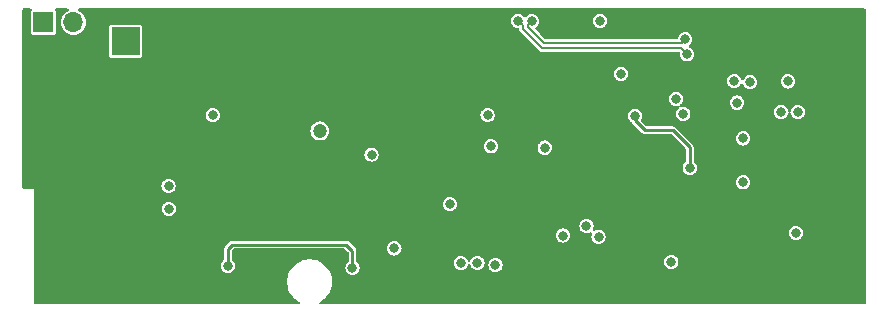
<source format=gbr>
%TF.GenerationSoftware,KiCad,Pcbnew,8.0.4*%
%TF.CreationDate,2024-09-18T13:26:39+01:00*%
%TF.ProjectId,BG95V4,42473935-5634-42e6-9b69-6361645f7063,rev?*%
%TF.SameCoordinates,Original*%
%TF.FileFunction,Copper,L2,Inr*%
%TF.FilePolarity,Positive*%
%FSLAX46Y46*%
G04 Gerber Fmt 4.6, Leading zero omitted, Abs format (unit mm)*
G04 Created by KiCad (PCBNEW 8.0.4) date 2024-09-18 13:26:39*
%MOMM*%
%LPD*%
G01*
G04 APERTURE LIST*
%TA.AperFunction,ComponentPad*%
%ADD10R,2.400000X2.400000*%
%TD*%
%TA.AperFunction,ComponentPad*%
%ADD11C,2.400000*%
%TD*%
%TA.AperFunction,ComponentPad*%
%ADD12R,1.700000X1.700000*%
%TD*%
%TA.AperFunction,ComponentPad*%
%ADD13O,1.700000X1.700000*%
%TD*%
%TA.AperFunction,ViaPad*%
%ADD14C,0.800000*%
%TD*%
%TA.AperFunction,ViaPad*%
%ADD15C,1.200000*%
%TD*%
%TA.AperFunction,Conductor*%
%ADD16C,0.250000*%
%TD*%
%TA.AperFunction,Conductor*%
%ADD17C,0.200000*%
%TD*%
G04 APERTURE END LIST*
D10*
%TO.N,/+3V6d*%
%TO.C,BT1*%
X11750000Y19500000D03*
D11*
%TO.N,GND*%
X11750000Y-1500000D03*
X15500000Y-1500000D03*
X8000000Y-1500000D03*
%TD*%
D12*
%TO.N,/+3V6*%
%TO.C,J1*%
X4800000Y21100000D03*
D13*
%TO.N,/+3V6d*%
X7340000Y21100000D03*
%TD*%
D14*
%TO.N,GND*%
X73533000Y13685394D03*
X31369000Y17399000D03*
X39370000Y16510000D03*
X73533000Y6065394D03*
X65913000Y21305394D03*
X73533000Y985394D03*
X73533000Y8605394D03*
X58432288Y3644211D03*
X48133000Y-1554606D03*
X15113000Y11145394D03*
X36195000Y13335000D03*
X70993000Y8605394D03*
X17653000Y-1554606D03*
X37973000Y-1554606D03*
X58293000Y-1554606D03*
X63373000Y21305394D03*
X44450000Y8890000D03*
X4749800Y15214600D03*
X35560000Y-1270000D03*
X30353000Y21305394D03*
X60147200Y10947400D03*
X73533000Y-1554606D03*
X41910000Y8890000D03*
X31496000Y13208000D03*
X18135600Y16179800D03*
X22733000Y16225394D03*
X20193000Y-1554606D03*
X7493000Y18765394D03*
X12573000Y11145394D03*
X70993000Y11145394D03*
X53213000Y-1554606D03*
X32893000Y13208000D03*
X60833000Y21305394D03*
X28575000Y13462000D03*
X55880000Y-1270000D03*
X36195000Y14478000D03*
X25273000Y985394D03*
X45720000Y-1270000D03*
X45593000Y3525394D03*
X12573000Y8605394D03*
X25908000Y14859000D03*
X22733000Y-1554606D03*
X15113000Y3525394D03*
X68453000Y21305394D03*
X10033000Y3525394D03*
X22707600Y21285200D03*
X32893000Y-1554606D03*
X25400000Y3810000D03*
X36195000Y16637000D03*
X32893000Y21305394D03*
X49430000Y13150000D03*
X36195000Y15494000D03*
X24511000Y14986000D03*
X22733000Y18765394D03*
X30353000Y-1554606D03*
X27051000Y13335000D03*
X11099800Y17170400D03*
X28829000Y14859000D03*
X14046200Y17170400D03*
X60833000Y-1554606D03*
X31089600Y19634200D03*
X70993000Y13685394D03*
X73533000Y11145394D03*
X70993000Y985394D03*
X68453000Y-1554606D03*
X63373000Y-1554606D03*
X54250000Y6740000D03*
X13106400Y13055600D03*
X10033000Y11145394D03*
X70993000Y3525394D03*
X20193000Y3525394D03*
X70993000Y-1554606D03*
X4953000Y11145394D03*
X73533000Y3525394D03*
X40640000Y-1270000D03*
X30607000Y14859000D03*
X50800000Y-1270000D03*
X7493000Y985394D03*
X43053000Y-1554606D03*
X9779000Y13055600D03*
X8331200Y17043400D03*
%TO.N,/uGND*%
X42675000Y10600000D03*
X34510000Y1960000D03*
X42400000Y13250000D03*
%TO.N,/uRST*%
X41540000Y719989D03*
%TO.N,/uCLK*%
X32580000Y9900000D03*
X39200000Y5700000D03*
%TO.N,/uData*%
X40130000Y720000D03*
%TO.N,/uVDD*%
X43070000Y530000D03*
%TO.N,/VBAT*%
X57960000Y830000D03*
X47233980Y10491020D03*
D15*
X28200000Y11900000D03*
D14*
%TO.N,/uStatus*%
X67825000Y16100000D03*
%TO.N,/uPWRKEY*%
X68675000Y13500000D03*
%TO.N,/uDTR*%
X63275000Y16125000D03*
%TO.N,/TxD*%
X64050000Y11275000D03*
%TO.N,/RxD*%
X64050000Y7550000D03*
%TO.N,/uDCD*%
X64625000Y16025000D03*
%TO.N,Net-(Q1-Pad3)*%
X15417800Y5308600D03*
%TO.N,/RXD*%
X50775000Y3850000D03*
%TO.N,/TXD*%
X51800000Y2950000D03*
%TO.N,/VDD_EXT*%
X58350000Y14625000D03*
%TO.N,/DTR*%
X58975000Y13350000D03*
%TO.N,/DCD*%
X48768000Y3048000D03*
%TO.N,/PWRKEY*%
X51917600Y21234400D03*
%TO.N,/Status*%
X53695600Y16738600D03*
%TO.N,/Alim*%
X20400000Y475000D03*
X30962600Y330200D03*
%TO.N,/+3V6d*%
X19126200Y13233400D03*
X15392400Y7239000D03*
%TO.N,/+3V3_UC*%
X68500000Y3275000D03*
X67250000Y13500000D03*
X63525000Y14300000D03*
%TO.N,/T*%
X59512200Y8763000D03*
X54889400Y13182600D03*
%TO.N,/D+*%
X59283600Y18389600D03*
X44983400Y21234400D03*
%TO.N,/D-*%
X46151800Y21183600D03*
X59125498Y19659600D03*
%TD*%
D16*
%TO.N,/Alim*%
X30454600Y2286000D02*
X20802600Y2286000D01*
X20400000Y1883400D02*
X20400000Y475000D01*
X20802600Y2286000D02*
X20400000Y1883400D01*
X30962600Y1778000D02*
X30454600Y2286000D01*
X30962600Y330200D02*
X30962600Y1778000D01*
%TO.N,/T*%
X54889400Y12801600D02*
X54889400Y13182600D01*
X58089800Y11963400D02*
X55727600Y11963400D01*
X59512200Y8763000D02*
X59512200Y10541000D01*
X59512200Y10541000D02*
X58089800Y11963400D01*
X55727600Y11963400D02*
X54889400Y12801600D01*
D17*
%TO.N,/D+*%
X45367999Y20849801D02*
X45367999Y20531601D01*
X44983400Y21234400D02*
X45367999Y20849801D01*
X58746600Y18926600D02*
X59283600Y18389600D01*
X46973000Y18926600D02*
X58746600Y18926600D01*
X45367999Y20531601D02*
X46973000Y18926600D01*
%TO.N,/D-*%
X46151800Y21183600D02*
X45818001Y20849801D01*
X45818001Y20849801D02*
X45818001Y20717999D01*
X58848200Y19376600D02*
X59131200Y19659600D01*
X47159400Y19376600D02*
X58848200Y19376600D01*
X59131200Y19659600D02*
X59125498Y19659600D01*
X45818001Y20717999D02*
X47159400Y19376600D01*
%TD*%
%TA.AperFunction,Conductor*%
%TO.N,GND*%
G36*
X3764692Y22264398D02*
G01*
X3811185Y22210742D01*
X3821289Y22140468D01*
X3801336Y22088398D01*
X3761133Y22028231D01*
X3761132Y22028228D01*
X3749500Y21969750D01*
X3749500Y20230249D01*
X3761132Y20171771D01*
X3761133Y20171768D01*
X3805448Y20105448D01*
X3871768Y20061133D01*
X3871771Y20061132D01*
X3930249Y20049500D01*
X3930252Y20049500D01*
X5669750Y20049500D01*
X5728228Y20061132D01*
X5728231Y20061133D01*
X5733569Y20064700D01*
X5794552Y20105448D01*
X5838867Y20171769D01*
X5850500Y20230252D01*
X5850500Y21969748D01*
X5838867Y22028231D01*
X5798663Y22088398D01*
X5777449Y22156150D01*
X5796232Y22224617D01*
X5849049Y22272061D01*
X5903429Y22284400D01*
X6824352Y22284400D01*
X6892473Y22264398D01*
X6938966Y22210742D01*
X6949070Y22140468D01*
X6919576Y22075888D01*
X6883750Y22047279D01*
X6753550Y21977685D01*
X6593590Y21846410D01*
X6462315Y21686450D01*
X6462313Y21686447D01*
X6397055Y21564359D01*
X6364768Y21503954D01*
X6315144Y21340362D01*
X6304698Y21305927D01*
X6284417Y21100003D01*
X6284417Y21099996D01*
X6304698Y20894072D01*
X6364768Y20696045D01*
X6462313Y20513552D01*
X6593590Y20353590D01*
X6753552Y20222313D01*
X6936045Y20124768D01*
X7134072Y20064698D01*
X7339997Y20044417D01*
X7340000Y20044417D01*
X7340003Y20044417D01*
X7545927Y20064698D01*
X7622356Y20087882D01*
X7743954Y20124768D01*
X7855023Y20184136D01*
X7926447Y20222313D01*
X7926448Y20222314D01*
X7926450Y20222315D01*
X8086410Y20353590D01*
X8217685Y20513550D01*
X8315232Y20696046D01*
X8322422Y20719750D01*
X10349500Y20719750D01*
X10349500Y18280249D01*
X10361132Y18221771D01*
X10361133Y18221768D01*
X10405448Y18155448D01*
X10471768Y18111133D01*
X10471771Y18111132D01*
X10530249Y18099500D01*
X10530252Y18099500D01*
X12969750Y18099500D01*
X13028228Y18111132D01*
X13028231Y18111133D01*
X13094552Y18155448D01*
X13138867Y18221769D01*
X13150500Y18280252D01*
X13150500Y20719748D01*
X13138867Y20778231D01*
X13094552Y20844552D01*
X13028231Y20888867D01*
X12969748Y20900500D01*
X10530252Y20900500D01*
X10471769Y20888867D01*
X10405448Y20844552D01*
X10379767Y20806118D01*
X10361133Y20778231D01*
X10361132Y20778228D01*
X10349500Y20719750D01*
X8322422Y20719750D01*
X8375300Y20894066D01*
X8388378Y21026839D01*
X8395583Y21099996D01*
X8395583Y21100003D01*
X8382346Y21234400D01*
X44377718Y21234400D01*
X44377718Y21234399D01*
X44398355Y21077639D01*
X44458863Y20931560D01*
X44458865Y20931557D01*
X44555118Y20806118D01*
X44680557Y20709865D01*
X44680560Y20709863D01*
X44826639Y20649355D01*
X44957945Y20632069D01*
X45022873Y20603346D01*
X45061964Y20544081D01*
X45067499Y20507147D01*
X45067499Y20492035D01*
X45087976Y20415615D01*
X45087978Y20415612D01*
X45109496Y20378342D01*
X45123786Y20353590D01*
X45127540Y20347089D01*
X45127545Y20347082D01*
X46732540Y18742089D01*
X46760514Y18714115D01*
X46788487Y18686141D01*
X46788490Y18686139D01*
X46857014Y18646577D01*
X46933434Y18626100D01*
X46933438Y18626100D01*
X47012562Y18626100D01*
X58565378Y18626100D01*
X58633499Y18606098D01*
X58679992Y18552442D01*
X58690300Y18483654D01*
X58677918Y18389600D01*
X58677918Y18389599D01*
X58698555Y18232839D01*
X58759063Y18086760D01*
X58759065Y18086757D01*
X58855318Y17961318D01*
X58980757Y17865065D01*
X58980760Y17865063D01*
X59126839Y17804555D01*
X59283600Y17783918D01*
X59440360Y17804555D01*
X59586439Y17865063D01*
X59586442Y17865065D01*
X59711882Y17961318D01*
X59808136Y18086759D01*
X59868644Y18232838D01*
X59889282Y18389600D01*
X59868644Y18546362D01*
X59808136Y18692441D01*
X59711882Y18817882D01*
X59586441Y18914136D01*
X59498404Y18950601D01*
X59443126Y18995148D01*
X59420705Y19062511D01*
X59438263Y19131303D01*
X59469922Y19166972D01*
X59553778Y19231316D01*
X59650032Y19356757D01*
X59650034Y19356759D01*
X59710542Y19502838D01*
X59731180Y19659600D01*
X59710542Y19816362D01*
X59650034Y19962441D01*
X59553780Y20087882D01*
X59428339Y20184136D01*
X59282260Y20244644D01*
X59125498Y20265282D01*
X58968736Y20244644D01*
X58822657Y20184136D01*
X58697216Y20087882D01*
X58600963Y19962442D01*
X58600961Y19962439D01*
X58540453Y19816360D01*
X58536543Y19786654D01*
X58507821Y19721727D01*
X58448556Y19682635D01*
X58411621Y19677100D01*
X47336062Y19677100D01*
X47267941Y19697102D01*
X47246967Y19714004D01*
X46873089Y20087882D01*
X46469813Y20491156D01*
X46435789Y20553469D01*
X46440853Y20624284D01*
X46482204Y20680213D01*
X46580082Y20755318D01*
X46676336Y20880759D01*
X46736844Y21026838D01*
X46757482Y21183600D01*
X46750794Y21234400D01*
X51311918Y21234400D01*
X51311918Y21234399D01*
X51332555Y21077639D01*
X51393063Y20931560D01*
X51393065Y20931557D01*
X51489318Y20806118D01*
X51614757Y20709865D01*
X51614760Y20709863D01*
X51760839Y20649355D01*
X51917600Y20628718D01*
X52074360Y20649355D01*
X52220439Y20709863D01*
X52220442Y20709865D01*
X52345882Y20806118D01*
X52442136Y20931559D01*
X52502644Y21077638D01*
X52523282Y21234400D01*
X52502644Y21391162D01*
X52442136Y21537241D01*
X52345882Y21662682D01*
X52220441Y21758936D01*
X52074362Y21819444D01*
X51917600Y21840082D01*
X51760838Y21819444D01*
X51614759Y21758936D01*
X51489318Y21662682D01*
X51393065Y21537242D01*
X51393063Y21537239D01*
X51332555Y21391160D01*
X51311918Y21234400D01*
X46750794Y21234400D01*
X46736844Y21340362D01*
X46676336Y21486441D01*
X46580082Y21611882D01*
X46454641Y21708136D01*
X46308562Y21768644D01*
X46151800Y21789282D01*
X45995038Y21768644D01*
X45848959Y21708136D01*
X45723518Y21611882D01*
X45687051Y21564358D01*
X45629715Y21522492D01*
X45558844Y21518270D01*
X45496941Y21553034D01*
X45487132Y21564352D01*
X45411682Y21662682D01*
X45286241Y21758936D01*
X45140162Y21819444D01*
X44983400Y21840082D01*
X44826638Y21819444D01*
X44680559Y21758936D01*
X44555118Y21662682D01*
X44458865Y21537242D01*
X44458863Y21537239D01*
X44398355Y21391160D01*
X44377718Y21234400D01*
X8382346Y21234400D01*
X8375301Y21305927D01*
X8375300Y21305928D01*
X8375300Y21305934D01*
X8315232Y21503954D01*
X8217685Y21686450D01*
X8086410Y21846410D01*
X7926450Y21977685D01*
X7796250Y22047278D01*
X7745603Y22097031D01*
X7729894Y22166267D01*
X7754110Y22233006D01*
X7810564Y22276058D01*
X7855648Y22284400D01*
X74293200Y22284400D01*
X74361321Y22264398D01*
X74407814Y22210742D01*
X74419200Y22158400D01*
X74419200Y-2654000D01*
X74399198Y-2722121D01*
X74345542Y-2768614D01*
X74293200Y-2780000D01*
X28282337Y-2780000D01*
X28214216Y-2759998D01*
X28167723Y-2706342D01*
X28157619Y-2636068D01*
X28187113Y-2571488D01*
X28219337Y-2544881D01*
X28331087Y-2480361D01*
X28388527Y-2447199D01*
X28586176Y-2295538D01*
X28762338Y-2119376D01*
X28913999Y-1921727D01*
X29038564Y-1705973D01*
X29133902Y-1475807D01*
X29198382Y-1235165D01*
X29230900Y-988165D01*
X29230900Y-739035D01*
X29198382Y-492035D01*
X29133902Y-251393D01*
X29038564Y-21227D01*
X29038558Y-21218D01*
X29038557Y-21214D01*
X28948399Y134944D01*
X28913999Y194527D01*
X28762338Y392176D01*
X28586176Y568338D01*
X28388527Y719999D01*
X28172773Y844564D01*
X27942607Y939902D01*
X27701965Y1004382D01*
X27701958Y1004382D01*
X27701958Y1004383D01*
X27678190Y1007511D01*
X27454965Y1036900D01*
X27205835Y1036900D01*
X27022499Y1012763D01*
X26958841Y1004383D01*
X26958839Y1004382D01*
X26958835Y1004382D01*
X26718193Y939902D01*
X26488027Y844564D01*
X26488018Y844558D01*
X26488014Y844557D01*
X26272276Y720001D01*
X26272273Y719999D01*
X26074624Y568338D01*
X26074618Y568332D01*
X26074613Y568328D01*
X25898471Y392186D01*
X25898466Y392180D01*
X25898462Y392176D01*
X25747521Y195465D01*
X25746798Y194523D01*
X25622242Y-21214D01*
X25622237Y-21225D01*
X25526898Y-251393D01*
X25526897Y-251397D01*
X25462416Y-492041D01*
X25429900Y-739032D01*
X25429900Y-988167D01*
X25462416Y-1235158D01*
X25462418Y-1235165D01*
X25526898Y-1475807D01*
X25622236Y-1705973D01*
X25622237Y-1705974D01*
X25622242Y-1705985D01*
X25746798Y-1921723D01*
X25746800Y-1921726D01*
X25746801Y-1921727D01*
X25898462Y-2119376D01*
X25898466Y-2119380D01*
X25898471Y-2119386D01*
X26074613Y-2295528D01*
X26074618Y-2295532D01*
X26074624Y-2295538D01*
X26272273Y-2447199D01*
X26272276Y-2447201D01*
X26441463Y-2544881D01*
X26490456Y-2596263D01*
X26503892Y-2665977D01*
X26477506Y-2731888D01*
X26419674Y-2773070D01*
X26378463Y-2780000D01*
X4136500Y-2780000D01*
X4068379Y-2759998D01*
X4021886Y-2706342D01*
X4010500Y-2654000D01*
X4010500Y475000D01*
X19794318Y475000D01*
X19794318Y474999D01*
X19814955Y318239D01*
X19875463Y172160D01*
X19875465Y172157D01*
X19904019Y134945D01*
X19971718Y46718D01*
X20097159Y-49536D01*
X20243238Y-110044D01*
X20400000Y-130682D01*
X20556762Y-110044D01*
X20702841Y-49536D01*
X20828282Y46718D01*
X20924536Y172159D01*
X20985044Y318238D01*
X21005682Y475000D01*
X20985044Y631762D01*
X20924536Y777841D01*
X20828282Y903282D01*
X20774796Y944322D01*
X20732929Y1001659D01*
X20725500Y1044285D01*
X20725500Y1696383D01*
X20745502Y1764504D01*
X20762405Y1785478D01*
X20900522Y1923595D01*
X20962834Y1957621D01*
X20989617Y1960500D01*
X30267583Y1960500D01*
X30335704Y1940498D01*
X30356678Y1923595D01*
X30600195Y1680078D01*
X30634221Y1617766D01*
X30637100Y1590983D01*
X30637100Y899485D01*
X30617098Y831364D01*
X30587803Y799522D01*
X30534318Y758482D01*
X30479286Y686762D01*
X30438065Y633042D01*
X30438063Y633039D01*
X30377555Y486960D01*
X30356918Y330200D01*
X30356918Y330199D01*
X30377555Y173439D01*
X30438063Y27360D01*
X30438065Y27357D01*
X30454865Y5463D01*
X30534318Y-98082D01*
X30659759Y-194336D01*
X30805838Y-254844D01*
X30962600Y-275482D01*
X31119362Y-254844D01*
X31265441Y-194336D01*
X31390882Y-98082D01*
X31487136Y27359D01*
X31547644Y173438D01*
X31565025Y305463D01*
X31568282Y330199D01*
X31568282Y330200D01*
X31560121Y392186D01*
X31547644Y486962D01*
X31487136Y633041D01*
X31420410Y720000D01*
X39524318Y720000D01*
X39524318Y719999D01*
X39544955Y563239D01*
X39605463Y417160D01*
X39605465Y417157D01*
X39701718Y291718D01*
X39827157Y195465D01*
X39827160Y195463D01*
X39973239Y134955D01*
X40130000Y114318D01*
X40286760Y134955D01*
X40432839Y195463D01*
X40432842Y195465D01*
X40474144Y227157D01*
X40558282Y291718D01*
X40654536Y417159D01*
X40715044Y563238D01*
X40715044Y563239D01*
X40718204Y570868D01*
X40721180Y569634D01*
X40750224Y617305D01*
X40814078Y648339D01*
X40884575Y639925D01*
X40939331Y594733D01*
X40950491Y570316D01*
X40951796Y570857D01*
X40954955Y563228D01*
X40954956Y563227D01*
X40969896Y527159D01*
X41015463Y417149D01*
X41015465Y417146D01*
X41111718Y291707D01*
X41237157Y195454D01*
X41237160Y195452D01*
X41383239Y134944D01*
X41540000Y114307D01*
X41696760Y134944D01*
X41842839Y195452D01*
X41842842Y195454D01*
X41842855Y195464D01*
X41968282Y291707D01*
X42064536Y417148D01*
X42111281Y530000D01*
X42464318Y530000D01*
X42464318Y529999D01*
X42484955Y373239D01*
X42545463Y227160D01*
X42545465Y227157D01*
X42641718Y101718D01*
X42767157Y5465D01*
X42767160Y5463D01*
X42852731Y-29981D01*
X42913238Y-55044D01*
X43070000Y-75682D01*
X43226762Y-55044D01*
X43372841Y5464D01*
X43498282Y101718D01*
X43594536Y227159D01*
X43655044Y373238D01*
X43675682Y530000D01*
X43655044Y686762D01*
X43595713Y830000D01*
X57354318Y830000D01*
X57354318Y829999D01*
X57374955Y673239D01*
X57435463Y527160D01*
X57435465Y527157D01*
X57531718Y401718D01*
X57657157Y305465D01*
X57657160Y305463D01*
X57803239Y244955D01*
X57960000Y224318D01*
X58116760Y244955D01*
X58262839Y305463D01*
X58262842Y305465D01*
X58279488Y318238D01*
X58388282Y401718D01*
X58484536Y527159D01*
X58545044Y673238D01*
X58561744Y800087D01*
X58565682Y829999D01*
X58565682Y830000D01*
X58550631Y944322D01*
X58545044Y986762D01*
X58484536Y1132841D01*
X58388282Y1258282D01*
X58262841Y1354536D01*
X58116762Y1415044D01*
X57960000Y1435682D01*
X57803238Y1415044D01*
X57657159Y1354536D01*
X57531718Y1258282D01*
X57447304Y1148271D01*
X57435465Y1132842D01*
X57435463Y1132839D01*
X57374955Y986760D01*
X57354318Y830000D01*
X43595713Y830000D01*
X43594536Y832841D01*
X43498282Y958282D01*
X43372841Y1054536D01*
X43226762Y1115044D01*
X43070000Y1135682D01*
X42913238Y1115044D01*
X42767159Y1054536D01*
X42641718Y958282D01*
X42554458Y844562D01*
X42545465Y832842D01*
X42545463Y832839D01*
X42484955Y686760D01*
X42464318Y530000D01*
X42111281Y530000D01*
X42125044Y563227D01*
X42145682Y719989D01*
X42125044Y876751D01*
X42064536Y1022830D01*
X41968282Y1148271D01*
X41842841Y1244525D01*
X41696762Y1305033D01*
X41540000Y1325671D01*
X41383238Y1305033D01*
X41237159Y1244525D01*
X41111718Y1148271D01*
X41015471Y1022839D01*
X41015465Y1022831D01*
X41015463Y1022828D01*
X40951796Y869121D01*
X40948827Y870350D01*
X40919731Y822643D01*
X40855862Y791639D01*
X40785369Y800087D01*
X40730635Y845305D01*
X40719514Y869674D01*
X40718204Y869132D01*
X40715044Y876762D01*
X40654536Y1022841D01*
X40558282Y1148282D01*
X40432841Y1244536D01*
X40286762Y1305044D01*
X40130000Y1325682D01*
X39973238Y1305044D01*
X39827159Y1244536D01*
X39701718Y1148282D01*
X39629783Y1054534D01*
X39605465Y1022842D01*
X39605463Y1022839D01*
X39544955Y876760D01*
X39524318Y720000D01*
X31420410Y720000D01*
X31390882Y758482D01*
X31337396Y799522D01*
X31295529Y856859D01*
X31288100Y899485D01*
X31288100Y1820851D01*
X31288100Y1820853D01*
X31265918Y1903638D01*
X31233378Y1960000D01*
X33904318Y1960000D01*
X33904318Y1959999D01*
X33924955Y1803239D01*
X33985463Y1657160D01*
X33985465Y1657157D01*
X34081718Y1531718D01*
X34207157Y1435465D01*
X34207160Y1435463D01*
X34353239Y1374955D01*
X34510000Y1354318D01*
X34666760Y1374955D01*
X34812839Y1435463D01*
X34812842Y1435465D01*
X34813125Y1435682D01*
X34938282Y1531718D01*
X35034536Y1657159D01*
X35095044Y1803238D01*
X35115682Y1960000D01*
X35095044Y2116762D01*
X35034536Y2262841D01*
X34938282Y2388282D01*
X34812841Y2484536D01*
X34666762Y2545044D01*
X34510000Y2565682D01*
X34353238Y2545044D01*
X34207159Y2484536D01*
X34081718Y2388282D01*
X33985465Y2262842D01*
X33985463Y2262839D01*
X33924955Y2116760D01*
X33904318Y1960000D01*
X31233378Y1960000D01*
X31223065Y1977862D01*
X31162462Y2038465D01*
X30654462Y2546465D01*
X30580239Y2589318D01*
X30497453Y2611500D01*
X20759747Y2611500D01*
X20676962Y2589318D01*
X20636023Y2565682D01*
X20602738Y2546465D01*
X20602735Y2546462D01*
X20602731Y2546459D01*
X20139540Y2083268D01*
X20139532Y2083258D01*
X20096682Y2009039D01*
X20096681Y2009035D01*
X20074500Y1926253D01*
X20074500Y1044285D01*
X20054498Y976164D01*
X20025203Y944322D01*
X19971718Y903282D01*
X19892101Y799522D01*
X19875465Y777842D01*
X19875463Y777839D01*
X19814955Y631760D01*
X19794318Y475000D01*
X4010500Y475000D01*
X4010500Y3048000D01*
X48162318Y3048000D01*
X48162318Y3047999D01*
X48182955Y2891239D01*
X48243463Y2745160D01*
X48243465Y2745157D01*
X48339718Y2619718D01*
X48465157Y2523465D01*
X48465160Y2523463D01*
X48611239Y2462955D01*
X48768000Y2442318D01*
X48924760Y2462955D01*
X49070839Y2523463D01*
X49070842Y2523465D01*
X49196282Y2619718D01*
X49292536Y2745159D01*
X49353044Y2891238D01*
X49373682Y3048000D01*
X49353044Y3204762D01*
X49292536Y3350841D01*
X49196282Y3476282D01*
X49070841Y3572536D01*
X48924762Y3633044D01*
X48768000Y3653682D01*
X48611238Y3633044D01*
X48465159Y3572536D01*
X48339718Y3476282D01*
X48243465Y3350842D01*
X48243463Y3350839D01*
X48182955Y3204760D01*
X48162318Y3048000D01*
X4010500Y3048000D01*
X4010500Y3850000D01*
X50169318Y3850000D01*
X50169318Y3849999D01*
X50189955Y3693239D01*
X50250463Y3547160D01*
X50250465Y3547157D01*
X50346718Y3421718D01*
X50472157Y3325465D01*
X50472160Y3325463D01*
X50618239Y3264955D01*
X50775000Y3244318D01*
X50931760Y3264955D01*
X50965965Y3279123D01*
X51071670Y3322908D01*
X51142259Y3330497D01*
X51205746Y3298718D01*
X51241973Y3237660D01*
X51239439Y3166708D01*
X51236296Y3158281D01*
X51214955Y3106760D01*
X51194318Y2950000D01*
X51194318Y2949999D01*
X51214955Y2793239D01*
X51275463Y2647160D01*
X51275465Y2647157D01*
X51371718Y2521718D01*
X51497157Y2425465D01*
X51497160Y2425463D01*
X51643239Y2364955D01*
X51800000Y2344318D01*
X51956760Y2364955D01*
X52102839Y2425463D01*
X52102842Y2425465D01*
X52228282Y2521718D01*
X52324536Y2647159D01*
X52385044Y2793238D01*
X52405682Y2950000D01*
X52385044Y3106762D01*
X52324536Y3252841D01*
X52307533Y3275000D01*
X67894318Y3275000D01*
X67894318Y3274999D01*
X67914955Y3118239D01*
X67975463Y2972160D01*
X67975465Y2972157D01*
X68071718Y2846718D01*
X68197157Y2750465D01*
X68197160Y2750463D01*
X68343239Y2689955D01*
X68500000Y2669318D01*
X68656760Y2689955D01*
X68802839Y2750463D01*
X68802842Y2750465D01*
X68858585Y2793238D01*
X68928282Y2846718D01*
X69024536Y2972159D01*
X69085044Y3118238D01*
X69101643Y3244318D01*
X69105682Y3274999D01*
X69105682Y3275000D01*
X69085044Y3431760D01*
X69085044Y3431762D01*
X69024536Y3577841D01*
X68928282Y3703282D01*
X68802841Y3799536D01*
X68656762Y3860044D01*
X68500000Y3880682D01*
X68343238Y3860044D01*
X68197159Y3799536D01*
X68071718Y3703282D01*
X68017823Y3633044D01*
X67975465Y3577842D01*
X67975463Y3577839D01*
X67914955Y3431760D01*
X67894318Y3275000D01*
X52307533Y3275000D01*
X52228282Y3378282D01*
X52102841Y3474536D01*
X51956762Y3535044D01*
X51800000Y3555682D01*
X51643238Y3535044D01*
X51503326Y3477090D01*
X51432741Y3469502D01*
X51369254Y3501281D01*
X51333026Y3562339D01*
X51335560Y3633290D01*
X51338693Y3641692D01*
X51360044Y3693238D01*
X51380682Y3850000D01*
X51360044Y4006762D01*
X51299536Y4152841D01*
X51203282Y4278282D01*
X51077841Y4374536D01*
X50931762Y4435044D01*
X50775000Y4455682D01*
X50618238Y4435044D01*
X50472159Y4374536D01*
X50346718Y4278282D01*
X50250465Y4152842D01*
X50250463Y4152839D01*
X50189955Y4006760D01*
X50169318Y3850000D01*
X4010500Y3850000D01*
X4010500Y5308600D01*
X14812118Y5308600D01*
X14812118Y5308599D01*
X14832755Y5151839D01*
X14893263Y5005760D01*
X14893265Y5005757D01*
X14989518Y4880318D01*
X15114957Y4784065D01*
X15114960Y4784063D01*
X15261039Y4723555D01*
X15417800Y4702918D01*
X15574560Y4723555D01*
X15720639Y4784063D01*
X15720642Y4784065D01*
X15846082Y4880318D01*
X15942336Y5005759D01*
X16002844Y5151838D01*
X16023482Y5308600D01*
X16002844Y5465362D01*
X15942336Y5611441D01*
X15874382Y5700000D01*
X38594318Y5700000D01*
X38594318Y5699999D01*
X38614955Y5543239D01*
X38675463Y5397160D01*
X38675465Y5397157D01*
X38771718Y5271718D01*
X38897157Y5175465D01*
X38897160Y5175463D01*
X39043239Y5114955D01*
X39200000Y5094318D01*
X39356760Y5114955D01*
X39502839Y5175463D01*
X39502842Y5175465D01*
X39628282Y5271718D01*
X39724536Y5397159D01*
X39785044Y5543238D01*
X39805682Y5700000D01*
X39785044Y5856762D01*
X39724536Y6002841D01*
X39628282Y6128282D01*
X39502841Y6224536D01*
X39356762Y6285044D01*
X39200000Y6305682D01*
X39043238Y6285044D01*
X38897159Y6224536D01*
X38771718Y6128282D01*
X38675465Y6002842D01*
X38675463Y6002839D01*
X38614955Y5856760D01*
X38594318Y5700000D01*
X15874382Y5700000D01*
X15846082Y5736882D01*
X15720641Y5833136D01*
X15574562Y5893644D01*
X15417800Y5914282D01*
X15261038Y5893644D01*
X15114959Y5833136D01*
X14989518Y5736882D01*
X14961218Y5700000D01*
X14893265Y5611442D01*
X14893263Y5611439D01*
X14832755Y5465360D01*
X14812118Y5308600D01*
X4010500Y5308600D01*
X4010500Y7004349D01*
X4004349Y7010500D01*
X3136500Y7010500D01*
X3068379Y7030502D01*
X3021886Y7084158D01*
X3010500Y7136500D01*
X3010500Y7239000D01*
X14786718Y7239000D01*
X14786718Y7238999D01*
X14807355Y7082239D01*
X14867863Y6936160D01*
X14867865Y6936157D01*
X14964118Y6810718D01*
X15089557Y6714465D01*
X15089560Y6714463D01*
X15235639Y6653955D01*
X15392400Y6633318D01*
X15549160Y6653955D01*
X15695239Y6714463D01*
X15695242Y6714465D01*
X15820682Y6810718D01*
X15916936Y6936159D01*
X15977444Y7082238D01*
X15998082Y7239000D01*
X15977444Y7395762D01*
X15916936Y7541841D01*
X15910675Y7550000D01*
X63444318Y7550000D01*
X63444318Y7549999D01*
X63464955Y7393239D01*
X63525463Y7247160D01*
X63525465Y7247157D01*
X63621718Y7121718D01*
X63747157Y7025465D01*
X63747160Y7025463D01*
X63893239Y6964955D01*
X64050000Y6944318D01*
X64206760Y6964955D01*
X64352839Y7025463D01*
X64352842Y7025465D01*
X64478282Y7121718D01*
X64574536Y7247159D01*
X64635044Y7393238D01*
X64655682Y7550000D01*
X64635044Y7706762D01*
X64574536Y7852841D01*
X64478282Y7978282D01*
X64352841Y8074536D01*
X64206762Y8135044D01*
X64050000Y8155682D01*
X63893238Y8135044D01*
X63747159Y8074536D01*
X63621718Y7978282D01*
X63525465Y7852842D01*
X63525463Y7852839D01*
X63464955Y7706760D01*
X63444318Y7550000D01*
X15910675Y7550000D01*
X15820682Y7667282D01*
X15695241Y7763536D01*
X15549162Y7824044D01*
X15392400Y7844682D01*
X15235638Y7824044D01*
X15089559Y7763536D01*
X14964118Y7667282D01*
X14874125Y7550000D01*
X14867865Y7541842D01*
X14867863Y7541839D01*
X14807355Y7395760D01*
X14786718Y7239000D01*
X3010500Y7239000D01*
X3010500Y9900000D01*
X31974318Y9900000D01*
X31974318Y9899999D01*
X31994955Y9743239D01*
X32055463Y9597160D01*
X32055465Y9597157D01*
X32151718Y9471718D01*
X32277157Y9375465D01*
X32277160Y9375463D01*
X32423239Y9314955D01*
X32580000Y9294318D01*
X32736760Y9314955D01*
X32882839Y9375463D01*
X32882842Y9375465D01*
X33008282Y9471718D01*
X33104536Y9597159D01*
X33165044Y9743238D01*
X33185682Y9900000D01*
X33165044Y10056762D01*
X33104536Y10202841D01*
X33008282Y10328282D01*
X32882841Y10424536D01*
X32736762Y10485044D01*
X32580000Y10505682D01*
X32423238Y10485044D01*
X32277159Y10424536D01*
X32151718Y10328282D01*
X32055465Y10202842D01*
X32055463Y10202839D01*
X31994955Y10056760D01*
X31974318Y9900000D01*
X3010500Y9900000D01*
X3010500Y10600000D01*
X42069318Y10600000D01*
X42069318Y10599999D01*
X42089955Y10443239D01*
X42150463Y10297160D01*
X42150465Y10297157D01*
X42246718Y10171718D01*
X42372157Y10075465D01*
X42372160Y10075463D01*
X42518239Y10014955D01*
X42675000Y9994318D01*
X42831760Y10014955D01*
X42977839Y10075463D01*
X42977842Y10075465D01*
X43103282Y10171718D01*
X43199536Y10297159D01*
X43260044Y10443238D01*
X43266335Y10491020D01*
X46628298Y10491020D01*
X46628298Y10491019D01*
X46648935Y10334259D01*
X46709443Y10188180D01*
X46709445Y10188177D01*
X46805698Y10062738D01*
X46931137Y9966485D01*
X46931140Y9966483D01*
X47077219Y9905975D01*
X47233980Y9885338D01*
X47390740Y9905975D01*
X47536819Y9966483D01*
X47536822Y9966485D01*
X47573095Y9994318D01*
X47662262Y10062738D01*
X47758516Y10188179D01*
X47819024Y10334258D01*
X47839662Y10491020D01*
X47819024Y10647782D01*
X47758516Y10793861D01*
X47662262Y10919302D01*
X47536821Y11015556D01*
X47390742Y11076064D01*
X47233980Y11096702D01*
X47077218Y11076064D01*
X46931139Y11015556D01*
X46805698Y10919302D01*
X46715279Y10801465D01*
X46709445Y10793862D01*
X46709443Y10793859D01*
X46648935Y10647780D01*
X46628298Y10491020D01*
X43266335Y10491020D01*
X43280682Y10600000D01*
X43260044Y10756762D01*
X43199536Y10902841D01*
X43103282Y11028282D01*
X42977841Y11124536D01*
X42831762Y11185044D01*
X42675000Y11205682D01*
X42518238Y11185044D01*
X42372159Y11124536D01*
X42246718Y11028282D01*
X42203652Y10972157D01*
X42150465Y10902842D01*
X42150463Y10902839D01*
X42089955Y10756760D01*
X42069318Y10600000D01*
X3010500Y10600000D01*
X3010500Y11900000D01*
X27394435Y11900000D01*
X27414632Y11720745D01*
X27414632Y11720742D01*
X27414633Y11720742D01*
X27474211Y11550477D01*
X27474212Y11550474D01*
X27570182Y11397739D01*
X27570183Y11397737D01*
X27697737Y11270183D01*
X27697739Y11270182D01*
X27850474Y11174212D01*
X27850477Y11174211D01*
X28020742Y11114633D01*
X28020745Y11114632D01*
X28200000Y11094435D01*
X28379255Y11114632D01*
X28549522Y11174211D01*
X28549525Y11174212D01*
X28702260Y11270182D01*
X28702262Y11270183D01*
X28829816Y11397737D01*
X28829817Y11397739D01*
X28925787Y11550474D01*
X28925788Y11550477D01*
X28925789Y11550478D01*
X28985368Y11720745D01*
X29005565Y11900000D01*
X28985368Y12079255D01*
X28925789Y12249522D01*
X28829816Y12402262D01*
X28702262Y12529816D01*
X28549522Y12625789D01*
X28379255Y12685368D01*
X28200000Y12705565D01*
X28020745Y12685368D01*
X27850478Y12625789D01*
X27850475Y12625787D01*
X27850474Y12625787D01*
X27697739Y12529817D01*
X27697737Y12529816D01*
X27570183Y12402262D01*
X27570182Y12402260D01*
X27474212Y12249525D01*
X27474211Y12249522D01*
X27414632Y12079255D01*
X27394435Y11900000D01*
X3010500Y11900000D01*
X3010500Y13233400D01*
X18520518Y13233400D01*
X18520518Y13233399D01*
X18541155Y13076639D01*
X18601663Y12930560D01*
X18601665Y12930557D01*
X18697918Y12805118D01*
X18823357Y12708865D01*
X18823360Y12708863D01*
X18969439Y12648355D01*
X19126200Y12627718D01*
X19282960Y12648355D01*
X19429039Y12708863D01*
X19429042Y12708865D01*
X19554482Y12805118D01*
X19650736Y12930559D01*
X19711244Y13076638D01*
X19731882Y13233400D01*
X19729697Y13250000D01*
X41794318Y13250000D01*
X41794318Y13249999D01*
X41814955Y13093239D01*
X41875463Y12947160D01*
X41875465Y12947157D01*
X41971718Y12821718D01*
X42097157Y12725465D01*
X42097160Y12725463D01*
X42243239Y12664955D01*
X42400000Y12644318D01*
X42556760Y12664955D01*
X42702839Y12725463D01*
X42702842Y12725465D01*
X42740444Y12754318D01*
X42828282Y12821718D01*
X42924536Y12947159D01*
X42985044Y13093238D01*
X42996809Y13182600D01*
X54283718Y13182600D01*
X54283718Y13182599D01*
X54304355Y13025839D01*
X54364863Y12879760D01*
X54364865Y12879757D01*
X54452955Y12764956D01*
X54461118Y12754318D01*
X54577578Y12664955D01*
X54584370Y12659744D01*
X54616783Y12622784D01*
X54628931Y12601744D01*
X54628938Y12601734D01*
X54904869Y12325804D01*
X55467133Y11763540D01*
X55467135Y11763538D01*
X55497437Y11733236D01*
X55527738Y11702934D01*
X55553824Y11687873D01*
X55564850Y11681508D01*
X55564851Y11681507D01*
X55601955Y11660084D01*
X55601959Y11660082D01*
X55601961Y11660082D01*
X55684747Y11637900D01*
X55770453Y11637900D01*
X57902783Y11637900D01*
X57970904Y11617898D01*
X57991878Y11600995D01*
X59149795Y10443078D01*
X59183821Y10380766D01*
X59186700Y10353983D01*
X59186700Y9332285D01*
X59166698Y9264164D01*
X59137403Y9232322D01*
X59083919Y9191283D01*
X58987665Y9065842D01*
X58987663Y9065839D01*
X58927155Y8919760D01*
X58906518Y8763000D01*
X58906518Y8762999D01*
X58927155Y8606239D01*
X58987663Y8460160D01*
X58987665Y8460157D01*
X59083918Y8334718D01*
X59209357Y8238465D01*
X59209360Y8238463D01*
X59355439Y8177955D01*
X59512200Y8157318D01*
X59668960Y8177955D01*
X59815039Y8238463D01*
X59815042Y8238465D01*
X59940482Y8334718D01*
X60036736Y8460159D01*
X60097244Y8606238D01*
X60117882Y8763000D01*
X60097244Y8919762D01*
X60036736Y9065841D01*
X59940482Y9191282D01*
X59886996Y9232322D01*
X59845129Y9289659D01*
X59837700Y9332285D01*
X59837700Y10583851D01*
X59837700Y10583853D01*
X59815518Y10666638D01*
X59802055Y10689956D01*
X59772667Y10740858D01*
X59772665Y10740862D01*
X59712062Y10801465D01*
X59238527Y11275000D01*
X63444318Y11275000D01*
X63444318Y11274999D01*
X63464955Y11118239D01*
X63525463Y10972160D01*
X63525465Y10972157D01*
X63621718Y10846718D01*
X63747157Y10750465D01*
X63747160Y10750463D01*
X63893239Y10689955D01*
X64050000Y10669318D01*
X64206760Y10689955D01*
X64352839Y10750463D01*
X64352842Y10750465D01*
X64361046Y10756760D01*
X64478282Y10846718D01*
X64574536Y10972159D01*
X64635044Y11118238D01*
X64655682Y11275000D01*
X64635044Y11431762D01*
X64574536Y11577841D01*
X64478282Y11703282D01*
X64352841Y11799536D01*
X64206762Y11860044D01*
X64050000Y11880682D01*
X63893238Y11860044D01*
X63747159Y11799536D01*
X63621718Y11703282D01*
X63588570Y11660082D01*
X63525465Y11577842D01*
X63525463Y11577839D01*
X63464955Y11431760D01*
X63444318Y11275000D01*
X59238527Y11275000D01*
X58289662Y12223865D01*
X58215439Y12266718D01*
X58132653Y12288900D01*
X58132651Y12288900D01*
X55914616Y12288900D01*
X55846495Y12308902D01*
X55825526Y12325799D01*
X55430187Y12721138D01*
X55396165Y12783447D01*
X55401229Y12854262D01*
X55410167Y12873232D01*
X55413935Y12879758D01*
X55413936Y12879759D01*
X55474444Y13025838D01*
X55495082Y13182600D01*
X55474444Y13339362D01*
X55413936Y13485441D01*
X55317682Y13610882D01*
X55192241Y13707136D01*
X55046162Y13767644D01*
X54889400Y13788282D01*
X54732638Y13767644D01*
X54586559Y13707136D01*
X54461118Y13610882D01*
X54376035Y13499999D01*
X54364865Y13485442D01*
X54364863Y13485439D01*
X54304355Y13339360D01*
X54283718Y13182600D01*
X42996809Y13182600D01*
X42998726Y13197160D01*
X43005682Y13249999D01*
X43005682Y13250000D01*
X42985044Y13406762D01*
X42924536Y13552841D01*
X42828282Y13678282D01*
X42702841Y13774536D01*
X42556762Y13835044D01*
X42400000Y13855682D01*
X42243238Y13835044D01*
X42097159Y13774536D01*
X41971718Y13678282D01*
X41920000Y13610881D01*
X41875465Y13552842D01*
X41875463Y13552839D01*
X41814955Y13406760D01*
X41794318Y13250000D01*
X19729697Y13250000D01*
X19711244Y13390162D01*
X19650736Y13536241D01*
X19554482Y13661682D01*
X19429041Y13757936D01*
X19282962Y13818444D01*
X19126200Y13839082D01*
X18969438Y13818444D01*
X18823359Y13757936D01*
X18697918Y13661682D01*
X18614402Y13552841D01*
X18601665Y13536242D01*
X18601663Y13536239D01*
X18541155Y13390160D01*
X18520518Y13233400D01*
X3010500Y13233400D01*
X3010500Y14625000D01*
X57744318Y14625000D01*
X57744318Y14624999D01*
X57764955Y14468239D01*
X57825463Y14322160D01*
X57825465Y14322157D01*
X57921718Y14196718D01*
X58047157Y14100465D01*
X58047160Y14100463D01*
X58193239Y14039955D01*
X58350000Y14019318D01*
X58350001Y14019318D01*
X58500426Y14039121D01*
X58570575Y14028181D01*
X58623673Y13981053D01*
X58642863Y13912699D01*
X58622051Y13844821D01*
X58593576Y13814237D01*
X58546718Y13778282D01*
X58482291Y13694318D01*
X58450465Y13652842D01*
X58450463Y13652839D01*
X58389955Y13506760D01*
X58369318Y13350000D01*
X58369318Y13349999D01*
X58389955Y13193239D01*
X58450463Y13047160D01*
X58450465Y13047157D01*
X58546718Y12921718D01*
X58672157Y12825465D01*
X58672160Y12825463D01*
X58818239Y12764955D01*
X58975000Y12744318D01*
X59131760Y12764955D01*
X59277839Y12825463D01*
X59277842Y12825465D01*
X59315371Y12854262D01*
X59403282Y12921718D01*
X59499536Y13047159D01*
X59560044Y13193238D01*
X59579281Y13339360D01*
X59580682Y13349999D01*
X59580682Y13350000D01*
X59560934Y13500000D01*
X66644318Y13500000D01*
X66644318Y13499999D01*
X66664955Y13343239D01*
X66725463Y13197160D01*
X66725465Y13197157D01*
X66821718Y13071718D01*
X66947157Y12975465D01*
X66947160Y12975463D01*
X67093239Y12914955D01*
X67250000Y12894318D01*
X67406760Y12914955D01*
X67552839Y12975463D01*
X67552842Y12975465D01*
X67678282Y13071718D01*
X67774536Y13197159D01*
X67835044Y13343238D01*
X67837578Y13362486D01*
X67866301Y13427413D01*
X67925566Y13466504D01*
X67996558Y13467349D01*
X68056736Y13429678D01*
X68086995Y13365453D01*
X68087422Y13362486D01*
X68089955Y13343239D01*
X68150463Y13197160D01*
X68150465Y13197157D01*
X68246718Y13071718D01*
X68372157Y12975465D01*
X68372160Y12975463D01*
X68518239Y12914955D01*
X68675000Y12894318D01*
X68831760Y12914955D01*
X68977839Y12975463D01*
X68977842Y12975465D01*
X69103282Y13071718D01*
X69199536Y13197159D01*
X69260044Y13343238D01*
X69276272Y13466504D01*
X69280682Y13499999D01*
X69280682Y13500000D01*
X69260044Y13656760D01*
X69260044Y13656762D01*
X69199536Y13802841D01*
X69103282Y13928282D01*
X68977841Y14024536D01*
X68831762Y14085044D01*
X68675000Y14105682D01*
X68518238Y14085044D01*
X68372159Y14024536D01*
X68246718Y13928282D01*
X68162437Y13818444D01*
X68150465Y13802842D01*
X68150463Y13802839D01*
X68089955Y13656760D01*
X68087422Y13637514D01*
X68058700Y13572587D01*
X67999434Y13533495D01*
X67928443Y13532650D01*
X67868264Y13570320D01*
X67838005Y13634545D01*
X67837578Y13637514D01*
X67835044Y13656760D01*
X67835044Y13656762D01*
X67774536Y13802841D01*
X67678282Y13928282D01*
X67552841Y14024536D01*
X67406762Y14085044D01*
X67250000Y14105682D01*
X67093238Y14085044D01*
X66947159Y14024536D01*
X66821718Y13928282D01*
X66737437Y13818444D01*
X66725465Y13802842D01*
X66725463Y13802839D01*
X66664955Y13656760D01*
X66644318Y13500000D01*
X59560934Y13500000D01*
X59560044Y13506760D01*
X59560044Y13506762D01*
X59499536Y13652841D01*
X59403282Y13778282D01*
X59277841Y13874536D01*
X59131762Y13935044D01*
X58975000Y13955682D01*
X58824573Y13935878D01*
X58754425Y13946817D01*
X58701326Y13993945D01*
X58682136Y14062299D01*
X58702947Y14130177D01*
X58731424Y14160763D01*
X58778280Y14196716D01*
X58857533Y14300000D01*
X62919318Y14300000D01*
X62919318Y14299999D01*
X62939955Y14143239D01*
X63000463Y13997160D01*
X63000465Y13997157D01*
X63096718Y13871718D01*
X63222157Y13775465D01*
X63222160Y13775463D01*
X63368239Y13714955D01*
X63525000Y13694318D01*
X63681760Y13714955D01*
X63827839Y13775463D01*
X63827842Y13775465D01*
X63831513Y13778282D01*
X63953282Y13871718D01*
X64049536Y13997159D01*
X64110044Y14143238D01*
X64130682Y14300000D01*
X64110044Y14456762D01*
X64049536Y14602841D01*
X63953282Y14728282D01*
X63827841Y14824536D01*
X63681762Y14885044D01*
X63525000Y14905682D01*
X63368238Y14885044D01*
X63222159Y14824536D01*
X63096718Y14728282D01*
X63000465Y14602842D01*
X63000463Y14602839D01*
X62939955Y14456760D01*
X62919318Y14300000D01*
X58857533Y14300000D01*
X58874536Y14322159D01*
X58935044Y14468238D01*
X58945363Y14546619D01*
X58955682Y14624999D01*
X58955682Y14625000D01*
X58935044Y14781760D01*
X58935044Y14781762D01*
X58874536Y14927841D01*
X58778282Y15053282D01*
X58652841Y15149536D01*
X58506762Y15210044D01*
X58350000Y15230682D01*
X58193238Y15210044D01*
X58047159Y15149536D01*
X57921718Y15053282D01*
X57825465Y14927842D01*
X57825463Y14927839D01*
X57764955Y14781760D01*
X57744318Y14625000D01*
X3010500Y14625000D01*
X3010500Y16125000D01*
X62669318Y16125000D01*
X62669318Y16124999D01*
X62689955Y15968239D01*
X62750463Y15822160D01*
X62750465Y15822157D01*
X62846718Y15696718D01*
X62972157Y15600465D01*
X62972160Y15600463D01*
X63118239Y15539955D01*
X63275000Y15519318D01*
X63431760Y15539955D01*
X63577839Y15600463D01*
X63577842Y15600465D01*
X63703282Y15696718D01*
X63799536Y15822159D01*
X63812881Y15854377D01*
X63857428Y15909657D01*
X63924791Y15932078D01*
X63993583Y15914520D01*
X64041961Y15862558D01*
X64045698Y15854376D01*
X64100463Y15722160D01*
X64100465Y15722157D01*
X64196718Y15596718D01*
X64322157Y15500465D01*
X64322160Y15500463D01*
X64468239Y15439955D01*
X64625000Y15419318D01*
X64781760Y15439955D01*
X64927839Y15500463D01*
X64927842Y15500465D01*
X64952412Y15519318D01*
X65053282Y15596718D01*
X65149536Y15722159D01*
X65210044Y15868238D01*
X65230682Y16025000D01*
X65220808Y16100000D01*
X67219318Y16100000D01*
X67219318Y16099999D01*
X67239955Y15943239D01*
X67300463Y15797160D01*
X67300465Y15797157D01*
X67396718Y15671718D01*
X67522157Y15575465D01*
X67522160Y15575463D01*
X67668239Y15514955D01*
X67825000Y15494318D01*
X67981760Y15514955D01*
X68127839Y15575463D01*
X68127842Y15575465D01*
X68253282Y15671718D01*
X68349536Y15797159D01*
X68410044Y15943238D01*
X68430682Y16100000D01*
X68410044Y16256762D01*
X68349536Y16402841D01*
X68253282Y16528282D01*
X68127841Y16624536D01*
X67981762Y16685044D01*
X67825000Y16705682D01*
X67668238Y16685044D01*
X67522159Y16624536D01*
X67396718Y16528282D01*
X67300465Y16402842D01*
X67300463Y16402839D01*
X67239955Y16256760D01*
X67219318Y16100000D01*
X65220808Y16100000D01*
X65210044Y16181762D01*
X65149536Y16327841D01*
X65053282Y16453282D01*
X64927841Y16549536D01*
X64781762Y16610044D01*
X64625000Y16630682D01*
X64468238Y16610044D01*
X64322159Y16549536D01*
X64196718Y16453282D01*
X64158012Y16402839D01*
X64100465Y16327842D01*
X64100461Y16327835D01*
X64087118Y16295622D01*
X64042570Y16240341D01*
X63975206Y16217921D01*
X63906415Y16235480D01*
X63858037Y16287442D01*
X63854313Y16295596D01*
X63799536Y16427841D01*
X63703282Y16553282D01*
X63577841Y16649536D01*
X63431762Y16710044D01*
X63275000Y16730682D01*
X63118238Y16710044D01*
X62972159Y16649536D01*
X62846718Y16553282D01*
X62756540Y16435759D01*
X62750465Y16427842D01*
X62750463Y16427839D01*
X62689955Y16281760D01*
X62669318Y16125000D01*
X3010500Y16125000D01*
X3010500Y16738600D01*
X53089918Y16738600D01*
X53089918Y16738599D01*
X53110555Y16581839D01*
X53171063Y16435760D01*
X53171065Y16435757D01*
X53267318Y16310318D01*
X53392757Y16214065D01*
X53392760Y16214063D01*
X53538839Y16153555D01*
X53695600Y16132918D01*
X53852360Y16153555D01*
X53998439Y16214063D01*
X53998442Y16214065D01*
X54123882Y16310318D01*
X54220136Y16435759D01*
X54280644Y16581838D01*
X54301282Y16738600D01*
X54280644Y16895362D01*
X54220136Y17041441D01*
X54123882Y17166882D01*
X53998441Y17263136D01*
X53852362Y17323644D01*
X53695600Y17344282D01*
X53538838Y17323644D01*
X53392759Y17263136D01*
X53267318Y17166882D01*
X53171065Y17041442D01*
X53171063Y17041439D01*
X53110555Y16895360D01*
X53089918Y16738600D01*
X3010500Y16738600D01*
X3010500Y22158400D01*
X3030502Y22226521D01*
X3084158Y22273014D01*
X3136500Y22284400D01*
X3696571Y22284400D01*
X3764692Y22264398D01*
G37*
%TD.AperFunction*%
%TD*%
M02*

</source>
